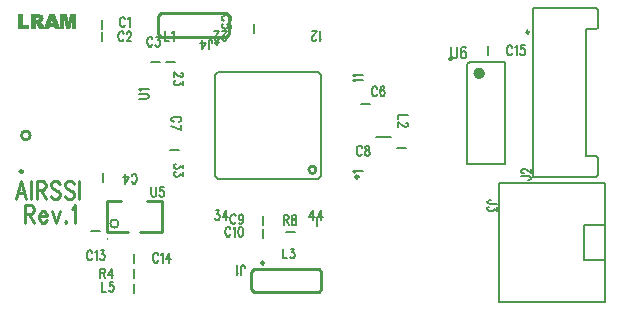
<source format=gto>
*
*
G04 PADS 9.3.1 Build Number: 456998 generated Gerber (RS-274-X) file*
G04 PC Version=2.1*
*
%IN "air_ssi_1101_00_RELEASE"*%
*
%MOIN*%
*
%FSLAX35Y35*%
*
*
*
*
G04 PC Standard Apertures*
*
*
G04 Thermal Relief Aperture macro.*
%AMTER*
1,1,$1,0,0*
1,0,$1-$2,0,0*
21,0,$3,$4,0,0,45*
21,0,$3,$4,0,0,135*
%
*
*
G04 Annular Aperture macro.*
%AMANN*
1,1,$1,0,0*
1,0,$2,0,0*
%
*
*
G04 Odd Aperture macro.*
%AMODD*
1,1,$1,0,0*
1,0,$1-0.005,0,0*
%
*
*
G04 PC Custom Aperture Macros*
*
*
*
*
*
*
G04 PC Aperture Table*
*
%ADD010C,0.001*%
%ADD021C,0.00787*%
%ADD022C,0.01*%
%ADD028C,0.01969*%
%ADD030C,0.009*%
%ADD046C,0.00787*%
%ADD047C,0.005*%
%ADD048C,0.00984*%
%ADD049C,0.00591*%
*
*
*
*
G04 PC Circuitry*
G04 Layer Name air_ssi_1101_00_RELEASE - circuitry*
%LPD*%
*
G54D10*
G01X120737Y196546D02*
X118975D01*
X118283Y193775*
X118186*
X117493Y196546*
X115731*
Y192050*
X116780*
Y195511*
X116878Y195523*
X117762Y192050*
X118706*
X119590Y195523*
X119688Y195511*
Y192050*
X120737*
Y196546*
X115163Y192050D02*
X113539Y196546D01*
X111887*
X110326Y192050*
X111687*
X111931Y192782*
X111979Y192816*
X113511*
X113558Y192782*
X113802Y192050*
X115163*
X113191Y193673D02*
X112234D01*
X112184Y193723*
X112186Y193738*
X112697Y195398*
X112793Y195396*
X113240Y193736*
X113191Y193673*
X110173Y192050D02*
X109510Y193316D01*
X109322Y193629*
X109077Y193874*
X108956Y193934*
X108951Y193937*
X108759Y194065*
X108759D02*
X108775Y194155D01*
X109029Y194218*
X109211Y194279*
X109454Y194461*
X109637Y194706*
X109760Y195014*
X109822Y195321*
X109760Y195753*
X109638Y196057*
X109397Y196298*
X109093Y196420*
X108716Y196482*
X108146Y196546*
X105837*
Y192050*
X107141*
Y193915*
X107191Y193965*
X107319*
X107338Y193961*
X107657Y193834*
X107674Y193823*
X107801Y193695*
X107808Y193687*
X107935Y193496*
X107937Y193493*
X108753Y192050*
X110173*
X108518Y195447D02*
Y195255D01*
X108517Y195243*
X108453Y194988*
X108427Y194955*
X108171Y194828*
X108161Y194824*
X107906Y194760*
X107894Y194759*
X107191*
X107141Y194809*
Y195702*
X107191Y195752*
X107830*
X107840Y195751*
X108159Y195687*
X108165Y195686*
X108356Y195622*
X108376Y195610*
X108503Y195482*
X108518Y195447*
X105035Y193099D02*
X102851D01*
X102801Y193149*
Y196546*
X101497*
Y192050*
X105035*
Y193099*
X101500Y192050D02*
Y196546D01*
X101600Y192050D02*
Y196546D01*
X101700Y192050D02*
Y196546D01*
X101800Y192050D02*
Y196546D01*
X101900Y192050D02*
Y196546D01*
X102000Y192050D02*
Y196546D01*
X102100Y192050D02*
Y196546D01*
X102200Y192050D02*
Y196546D01*
X102300Y192050D02*
Y196546D01*
X102400Y192050D02*
Y196546D01*
X102500Y192050D02*
Y196546D01*
X102600Y192050D02*
Y196546D01*
X102700Y192050D02*
Y196546D01*
X102800Y192050D02*
Y196546D01*
X102900Y192050D02*
Y193099D01*
X103000Y192050D02*
Y193099D01*
X103100Y192050D02*
Y193099D01*
X103200Y192050D02*
Y193099D01*
X103300Y192050D02*
Y193099D01*
X103400Y192050D02*
Y193099D01*
X103500Y192050D02*
Y193099D01*
X103600Y192050D02*
Y193099D01*
X103700Y192050D02*
Y193099D01*
X103800Y192050D02*
Y193099D01*
X103900Y192050D02*
Y193099D01*
X104000Y192050D02*
Y193099D01*
X104100Y192050D02*
Y193099D01*
X104200Y192050D02*
Y193099D01*
X104300Y192050D02*
Y193099D01*
X104400Y192050D02*
Y193099D01*
X104500Y192050D02*
Y193099D01*
X104600Y192050D02*
Y193099D01*
X104700Y192050D02*
Y193099D01*
X104800Y192050D02*
Y193099D01*
X104900Y192050D02*
Y193099D01*
X105000Y192050D02*
Y193099D01*
X105900Y192050D02*
Y196546D01*
X106000Y192050D02*
Y196546D01*
X106100Y192050D02*
Y196546D01*
X106200Y192050D02*
Y196546D01*
X106300Y192050D02*
Y196546D01*
X106400Y192050D02*
Y196546D01*
X106500Y192050D02*
Y196546D01*
X106600Y192050D02*
Y196546D01*
X106700Y192050D02*
Y196546D01*
X106800Y192050D02*
Y196546D01*
X106900Y192050D02*
Y196546D01*
X107000Y192050D02*
Y196546D01*
X107100Y192050D02*
Y196546D01*
X107200Y193965D02*
Y194759D01*
Y195752D02*
Y196546D01*
X107300Y193965D02*
Y194759D01*
Y195752D02*
Y196546D01*
X107400Y193936D02*
Y194759D01*
Y195752D02*
Y196546D01*
X107500Y193896D02*
Y194759D01*
Y195752D02*
Y196546D01*
X107600Y193856D02*
Y194759D01*
Y195752D02*
Y196546D01*
X107700Y193796D02*
Y194759D01*
Y195752D02*
Y196546D01*
X107800Y193696D02*
Y194759D01*
Y195752D02*
Y196546D01*
X107900Y193549D02*
Y194759D01*
Y195739D02*
Y196546D01*
X108000Y193381D02*
Y194784D01*
Y195719D02*
Y196546D01*
X108100Y193205D02*
Y194809D01*
Y195699D02*
Y196546D01*
X108200Y193028D02*
Y194842D01*
Y195674D02*
Y196540D01*
X108300Y192851D02*
Y194892D01*
Y195641D02*
Y196529D01*
X108400Y192674D02*
Y194942D01*
Y195586D02*
Y196518D01*
X108500Y192497D02*
Y195177D01*
Y195486D02*
Y196506D01*
X108600Y192320D02*
Y196495D01*
X108700Y192143D02*
Y196484D01*
X108800Y192050D02*
Y194038D01*
Y194161D02*
Y196468D01*
X108900Y192050D02*
Y193971D01*
Y194186D02*
Y196452D01*
X109000Y192050D02*
Y193912D01*
Y194211D02*
Y196435D01*
X109100Y192050D02*
Y193851D01*
Y194242D02*
Y196417D01*
X109200Y192050D02*
Y193751D01*
Y194275D02*
Y196377D01*
X109300Y192050D02*
Y193651D01*
Y194346D02*
Y196337D01*
X109400Y192050D02*
Y193499D01*
Y194421D02*
Y196295D01*
X109500Y192050D02*
Y193332D01*
Y194523D02*
Y196195D01*
X109600Y192050D02*
Y193143D01*
Y194656D02*
Y196095D01*
X109700Y192050D02*
Y192952D01*
Y194863D02*
Y195903D01*
X109800Y192050D02*
Y192761D01*
Y195212D02*
Y195472D01*
X109900Y192050D02*
Y192571D01*
X110000Y192050D02*
Y192380D01*
X110100Y192050D02*
Y192189D01*
X110400Y192050D02*
Y192264D01*
X110500Y192050D02*
Y192552D01*
X110600Y192050D02*
Y192840D01*
X110700Y192050D02*
Y193128D01*
X110800Y192050D02*
Y193416D01*
X110900Y192050D02*
Y193704D01*
X111000Y192050D02*
Y193992D01*
X111100Y192050D02*
Y194280D01*
X111200Y192050D02*
Y194568D01*
X111300Y192050D02*
Y194856D01*
X111400Y192050D02*
Y195144D01*
X111500Y192050D02*
Y195432D01*
X111600Y192050D02*
Y195720D01*
X111700Y192088D02*
Y196008D01*
X111800Y192388D02*
Y196296D01*
X111900Y192688D02*
Y196546D01*
X112000Y192816D02*
Y196546D01*
X112100Y192816D02*
Y196546D01*
X112200Y192816D02*
Y193687D01*
Y193783D02*
Y196546D01*
X112300Y192816D02*
Y193673D01*
Y194108D02*
Y196546D01*
X112400Y192816D02*
Y193673D01*
Y194433D02*
Y196546D01*
X112500Y192816D02*
Y193673D01*
Y194758D02*
Y196546D01*
X112600Y192816D02*
Y193673D01*
Y195083D02*
Y196546D01*
X112700Y192816D02*
Y193673D01*
Y195405D02*
Y196546D01*
X112800Y192816D02*
Y193673D01*
Y195370D02*
Y196546D01*
X112900Y192816D02*
Y193673D01*
Y194998D02*
Y196546D01*
X113000Y192816D02*
Y193673D01*
Y194627D02*
Y196546D01*
X113100Y192816D02*
Y193673D01*
Y194256D02*
Y196546D01*
X113200Y192816D02*
Y193674D01*
Y193884D02*
Y196546D01*
X113300Y192816D02*
Y196546D01*
X113400Y192816D02*
Y196546D01*
X113500Y192816D02*
Y196546D01*
X113600Y192656D02*
Y196378D01*
X113700Y192356D02*
Y196101D01*
X113800Y192056D02*
Y195824D01*
X113900Y192050D02*
Y195547D01*
X114000Y192050D02*
Y195270D01*
X114100Y192050D02*
Y194993D01*
X114200Y192050D02*
Y194716D01*
X114300Y192050D02*
Y194439D01*
X114400Y192050D02*
Y194162D01*
X114500Y192050D02*
Y193886D01*
X114600Y192050D02*
Y193609D01*
X114700Y192050D02*
Y193332D01*
X114800Y192050D02*
Y193055D01*
X114900Y192050D02*
Y192778D01*
X115000Y192050D02*
Y192501D01*
X115100Y192050D02*
Y192224D01*
X115800Y192050D02*
Y196546D01*
X115900Y192050D02*
Y196546D01*
X116000Y192050D02*
Y196546D01*
X116100Y192050D02*
Y196546D01*
X116200Y192050D02*
Y196546D01*
X116300Y192050D02*
Y196546D01*
X116400Y192050D02*
Y196546D01*
X116500Y192050D02*
Y196546D01*
X116600Y192050D02*
Y196546D01*
X116700Y192050D02*
Y196546D01*
X116800Y195551D02*
Y196546D01*
X116900Y195437D02*
Y196546D01*
X117000Y195045D02*
Y196546D01*
X117100Y194652D02*
Y196546D01*
X117200Y194259D02*
Y196546D01*
X117300Y193866D02*
Y196546D01*
X117400Y193473D02*
Y196546D01*
X117500Y193080D02*
Y196517D01*
X117600Y192687D02*
Y196117D01*
X117700Y192295D02*
Y195717D01*
X117800Y192050D02*
Y195317D01*
X117900Y192050D02*
Y194917D01*
X118000Y192050D02*
Y194517D01*
X118100Y192050D02*
Y194117D01*
X118200Y192050D02*
Y193751D01*
X118300Y192050D02*
Y193845D01*
X118400Y192050D02*
Y194245D01*
X118500Y192050D02*
Y194645D01*
X118600Y192050D02*
Y195045D01*
X118700Y192050D02*
Y195445D01*
X118800Y192420D02*
Y195845D01*
X118900Y192813D02*
Y196245D01*
X119000Y193206D02*
Y196546D01*
X119100Y193599D02*
Y196546D01*
X119200Y193991D02*
Y196546D01*
X119300Y194384D02*
Y196546D01*
X119400Y194777D02*
Y196546D01*
X119500Y195170D02*
Y196546D01*
X119600Y195543D02*
Y196546D01*
X119700Y192050D02*
Y196546D01*
X119800Y192050D02*
Y196546D01*
X119900Y192050D02*
Y196546D01*
X120000Y192050D02*
Y196546D01*
X120100Y192050D02*
Y196546D01*
X120200Y192050D02*
Y196546D01*
X120300Y192050D02*
Y196546D01*
X120400Y192050D02*
Y196546D01*
X120500Y192050D02*
Y196546D01*
X120600Y192050D02*
Y196546D01*
X120700Y192050D02*
Y196546D01*
*
G04 PC Custom Flashes*
G04 Layer Name air_ssi_1101_00_RELEASE - flashes*
%LPD*%
*
*
G04 PC Circuitry*
G04 Layer Name air_ssi_1101_00_RELEASE - circuitry*
%LPD*%
*
G54D10*
G54D21*
X129761Y191600D02*
Y194600D01*
Y187600D02*
Y190600D01*
X148800Y180561D02*
X145800D01*
X129961Y140800D02*
Y143800D01*
X150800Y180639D02*
X153800D01*
X231000Y152161D02*
X228000D01*
X180161Y190200D02*
Y193200D01*
X215800Y166739D02*
X218800D01*
X155300Y151361D02*
X152300D01*
X220900Y155800D02*
X225900D01*
X183439Y129300D02*
Y126300D01*
Y125000D02*
Y122000D01*
X191000Y123939D02*
X194000D01*
X131544Y121694D02*
G75*
G03X131544I-194J0D01*
G01X135091Y126812D02*
G03X135091I-1378J0D01*
G01X125900Y124239D02*
X128900D01*
X140439Y116700D02*
Y113700D01*
Y106700D02*
Y103700D01*
X140361Y108700D02*
Y111700D01*
X251401Y146574D02*
X263999D01*
Y180826*
X252188*
X251401Y180039*
Y146574*
X258361Y182900D02*
Y185900D01*
X262092Y100539D02*
Y140461D01*
X297210*
Y100539*
X262092*
X290124Y114594D02*
Y126406D01*
X297210*
Y114594*
X290124*
X201239Y128900D02*
Y125900D01*
G54D22*
X200961Y144736D02*
G03X200961I-1197J0D01*
G01X215126Y142358D02*
G03X215126I-500J0D01*
G01X179163Y110753D02*
X180147Y111737D01*
X201801*
X202785Y110753*
Y104847*
X201801Y103863*
X180147*
X179163Y104847*
Y110753*
X183700Y113700D02*
G03X183700I-500J0D01*
G01X136075Y134292D02*
X131350D01*
Y124056*
X138437*
X142374D02*
X149461D01*
Y134292*
X144736*
X272008Y190650D02*
G03X272008I-447J0D01*
G01X171937Y190047D02*
X170953Y189063D01*
X149299*
X148315Y190047*
Y195953*
X149299Y196937*
X170953*
X171937Y195953*
Y190047*
X168400Y187100D02*
G03X168400I-500J0D01*
G01X105730Y156202D02*
G03X105730I-1500J0D01*
G01X103269Y144187D02*
G03X103269I-500J0D01*
G54D28*
G01X256322Y176889D02*
G03X256322I-984J0D01*
G54D30*
G01X102636Y140906D02*
X101000Y135000D01*
X102636Y140906D02*
X104273Y135000D01*
X101614Y136969D02*
X103659D01*
X106114Y140906D02*
Y135000D01*
X107955Y140906D02*
Y135000D01*
Y140906D02*
X109795D01*
X110409Y140625*
X110614Y140344*
X110818Y139781*
Y139219*
X110614Y138656*
X110409Y138375*
X109795Y138094*
X107955*
X109386D02*
X110818Y135000D01*
X115523Y140063D02*
X115114Y140625D01*
X114500Y140906*
X113682*
X113068Y140625*
X112659Y140063*
X112659D02*
Y139500D01*
X112864Y138938*
X112864D02*
X113068Y138656D01*
X113477Y138375*
X114705Y137813*
X114705D02*
X115114Y137531D01*
X115318Y137250*
X115523Y136688*
X115523D02*
Y135844D01*
X115114Y135281*
X114500Y135000*
X113682*
X113068Y135281*
X112659Y135844*
X120227Y140063D02*
X119818Y140625D01*
X119205Y140906*
X118386*
X117773Y140625*
X117364Y140063*
X117364D02*
Y139500D01*
X117568Y138938*
X117568D02*
X117773Y138656D01*
X118182Y138375*
X119409Y137813*
X119409D02*
X119818Y137531D01*
X120023Y137250*
X120227Y136688*
X120227D02*
Y135844D01*
X119818Y135281*
X119205Y135000*
X118386*
X117773Y135281*
X117364Y135844*
X122068Y140906D02*
Y135000D01*
X104000Y132906D02*
Y127000D01*
Y132906D02*
X105841D01*
X106455Y132625*
X106659Y132344*
X106864Y131781*
Y131219*
X106659Y130656*
X106455Y130375*
X105841Y130094*
X104000*
X105432D02*
X106864Y127000D01*
X108705Y129250D02*
X111159D01*
Y129813*
X111159D02*
X110955Y130375D01*
X110750Y130656*
X110341Y130938*
X110341D02*
X109727D01*
X109727D02*
X109318Y130656D01*
X108909Y130094*
X108705Y129250*
Y128688*
X108705D02*
X108909Y127844D01*
X109318Y127281*
X109727Y127000*
X110341*
X110750Y127281*
X111159Y127844*
X113000Y130938D02*
X114227Y127000D01*
X115455Y130938D02*
X114227Y127000D01*
X117500Y127563D02*
X117295Y127281D01*
X117500Y127000*
X117705Y127281*
X117500Y127563*
X119545Y131781D02*
X119955Y132063D01*
X119955D02*
X120568Y132906D01*
Y127000*
G54D46*
X202717Y176217D02*
X201717Y177217D01*
X168283*
X167283Y176217*
Y142783*
X168283Y141783*
X201717*
X202717Y142783*
Y176217*
X294349Y142335D02*
X294939Y142926D01*
Y148831*
X294349Y149422*
X291002*
Y191548*
X294349*
X294939Y192139*
Y198044*
X294349Y198635*
X273286*
Y142335*
X294349*
G54D47*
X213840Y143752D02*
X213684Y143979D01*
X213215Y144320*
X216496*
X213840Y174264D02*
X213684Y174491D01*
X213215Y174832*
X216496*
X213840Y175855D02*
X213684Y176082D01*
X213215Y176423*
X216496*
X202717Y188340D02*
X202489Y188184D01*
X202148Y187715*
Y190996*
X201012Y188496D02*
Y188340D01*
X200898Y188027*
X200785Y187871*
X200557Y187715*
X200103*
X199876Y187871*
X199762Y188027*
X199648Y188340*
Y188652*
X199762Y188965*
X199989Y189434*
X201126Y190996*
X199535*
X156004Y177103D02*
X156160D01*
X156473Y176989*
X156629Y176876*
X156785Y176648*
Y176194*
X156629Y175967*
X156473Y175853*
X156160Y175739*
X155848*
X155535Y175853*
X155066Y176080*
X153504Y177217*
Y175626*
X156785Y174376D02*
Y173126D01*
X155535Y173807*
Y173467*
X155379Y173239*
X155223Y173126*
X154754Y173012*
X154441*
X153973Y173126*
X153660Y173353*
X153504Y173694*
Y174035*
X153660Y174376*
X153816Y174489*
X154129Y174603*
X171107Y188496D02*
Y188340D01*
X170993Y188027*
X170880Y187871*
X170652Y187715*
X170198*
X169970Y187871*
X169857Y188027*
X169743Y188340*
Y188652*
X169857Y188965*
X170084Y189434*
X171220Y190996*
X169630*
X168493Y188496D02*
Y188340D01*
X168380Y188027*
X168266Y187871*
X168039Y187715*
X167584*
X167357Y187871*
X167243Y188027*
X167130Y188340*
Y188652*
X167243Y188965*
X167470Y189434*
X168607Y190996*
X167016*
X156785Y146477D02*
Y145227D01*
X155535Y145909*
Y145568*
X155379Y145341*
X155223Y145227*
X154754Y145114*
X154441*
X153973Y145227*
X153660Y145455*
X153504Y145796*
Y146137*
X153660Y146477*
X153816Y146591*
X154129Y146705*
X156785Y143864D02*
Y142614D01*
X155535Y143296*
Y142955*
X155379Y142727*
X155223Y142614*
X154754Y142500*
X154441*
X153973Y142614*
X153660Y142841*
X153504Y143182*
Y143523*
X153660Y143864*
X153816Y143977*
X154129Y144091*
X167511Y131285D02*
X168761D01*
X168079Y130035*
X168420*
X168647Y129879*
X168761Y129723*
X168874Y129254*
Y128941*
X168761Y128473*
X168533Y128160*
X168193Y128004*
X167852*
X167511Y128160*
X167397Y128316*
X167283Y128629*
X171033Y131285D02*
X169897Y129098D01*
X171602*
X171033Y131285D02*
Y128004D01*
X199916Y131285D02*
X198780Y129098D01*
X200484*
X199916Y131285D02*
Y128004D01*
X202643Y131285D02*
X201507Y129098D01*
X203211*
X202643Y131285D02*
Y128004D01*
X137361Y194875D02*
X137247Y195188D01*
X137020Y195500*
X136793Y195656*
X136338*
X136111Y195500*
X135884Y195188*
X135770Y194875*
X135656Y194406*
Y193625*
X135770Y193156*
X135884Y192844*
X136111Y192531*
X136338Y192375*
X136793*
X137020Y192531*
X137247Y192844*
X137361Y193156*
X138384Y195031D02*
X138611Y195188D01*
X138952Y195656*
Y192375*
X136818Y190094D02*
X136705Y190406D01*
X136477Y190719*
X136250Y190875*
X135795*
X135568Y190719*
X135341Y190406*
X135227Y190094*
X135114Y189625*
Y188844*
X135227Y188375*
X135341Y188063*
X135568Y187750*
X135795Y187594*
X136250*
X136477Y187750*
X136705Y188063*
X136818Y188375*
X137955Y190094D02*
Y190250D01*
X138068Y190563*
X138182Y190719*
X138409Y190875*
X138864*
X139091Y190719*
X139205Y190563*
X139318Y190250*
Y189938*
X139205Y189625*
X138977Y189156*
X137841Y187594*
X139432*
X146426Y188314D02*
X146312Y188626D01*
X146085Y188939*
X145857Y189095*
X145403*
X145176Y188939*
X144948Y188626*
X144835Y188314*
X144721Y187845*
Y187064*
X144835Y186595*
X144948Y186282*
X145176Y185970*
X145403Y185814*
X145857*
X146085Y185970*
X146312Y186282*
X146426Y186595*
X147676Y189095D02*
X148926D01*
X148244Y187845*
X148585*
X148812Y187689*
X148926Y187532*
X149039Y187064*
Y186751*
X148926Y186282*
X148698Y185970*
X148357Y185814*
X148016*
X147676Y185970*
X147562Y186126*
X147448Y186439*
X139482Y140900D02*
X139595Y140587D01*
X139595D02*
X139823Y140275D01*
X140050Y140119*
X140505*
X140732Y140275*
X140959Y140587*
X140959D02*
X141073Y140900D01*
X141186Y141369*
Y142150*
X141073Y142619*
X140959Y142931*
X140732Y143244*
X140505Y143400*
X140050*
X139823Y143244*
X139595Y142931*
X139482Y142619*
X137323Y140119D02*
X138459Y142306D01*
X136755*
X137323Y140119D02*
Y143400D01*
X150595Y190975D02*
Y187694D01*
X151959*
X152982Y190350D02*
X153209Y190506D01*
X153550Y190975*
Y187694*
X231681Y162932D02*
X228400D01*
Y161568*
X230900Y160432D02*
X231056D01*
X231369Y160318*
X231525Y160205*
X231681Y159977*
Y159523*
X231525Y159295*
X231369Y159182*
X231056Y159068*
X230744*
X230431Y159182*
X229963Y159409*
X229963D02*
X228400Y160545D01*
Y158955*
X171957Y194488D02*
X172269Y194602D01*
X172582Y194829*
X172738Y195056*
Y195511*
X172582Y195738*
X172269Y195965*
X171957Y196079*
X171488Y196193*
X170707*
X170238Y196079*
X169926Y195965*
X169613Y195738*
X169457Y195511*
Y195056*
X169613Y194829*
X169926Y194602*
X170238Y194488*
X172738Y191988D02*
Y193124D01*
X171332Y193238*
X171488Y193124*
X171644Y192784*
Y192443*
X171488Y192102*
X171176Y191874*
X170707Y191761*
X170394Y191874*
X169926Y191988*
X169613Y192215*
X169457Y192556*
Y192897*
X169613Y193238*
X169769Y193352*
X170082Y193465*
X221352Y171830D02*
X221238Y172142D01*
X221011Y172455*
X220784Y172611*
X220329*
X220102Y172455*
X219874Y172142*
X219761Y171830*
X219647Y171361*
Y170580*
X219761Y170111*
X219874Y169798*
X220102Y169486*
X220329Y169330*
X220784*
X221011Y169486*
X221238Y169798*
X221352Y170111*
X223738Y172142D02*
X223624Y172455D01*
X223284Y172611*
X223056*
X222715Y172455*
X222488Y171986*
X222374Y171205*
Y170423*
X222488Y169798*
X222715Y169486*
X223056Y169330*
X223170*
X223511Y169486*
X223738Y169798*
X223852Y170267*
Y170423*
X223738Y170892*
X223511Y171205*
X223170Y171361*
X223056*
X222715Y171205*
X222488Y170892*
X222374Y170423*
X155200Y160768D02*
X155513Y160882D01*
X155513D02*
X155825Y161109D01*
X155981Y161336*
Y161791*
X155825Y162018*
X155513Y162245*
X155513D02*
X155200Y162359D01*
X154731Y162473*
X153950*
X153481Y162359*
X153169Y162245*
X152856Y162018*
X152700Y161791*
Y161336*
X152856Y161109*
X153169Y160882*
X153481Y160768*
X155981Y158155D02*
X152700Y159291D01*
X155981Y159745D02*
Y158155D01*
X216238Y151886D02*
X216124Y152199D01*
X215897Y152511*
X215670Y152668*
X215215*
X214988Y152511*
X214761Y152199*
X214647Y151886*
X214534Y151418*
Y150636*
X214647Y150168*
X214761Y149855*
X214988Y149543*
X215215Y149386*
X215670*
X215897Y149543*
X216124Y149855*
X216238Y150168*
X217829Y152668D02*
X217488Y152511D01*
X217374Y152199*
Y151886*
X217488Y151574*
X217715Y151418*
X218170Y151261*
X218511Y151105*
X218738Y150793*
X218852Y150480*
Y150011*
X218738Y149699*
X218624Y149543*
X218284Y149386*
X217829*
X217488Y149543*
X217374Y149699*
X217261Y150011*
Y150480*
X217374Y150793*
X217602Y151105*
X217943Y151261*
X218397Y151418*
X218624Y151574*
X218738Y151886*
Y152199*
X218624Y152511*
X218284Y152668*
X217829*
X174145Y129200D02*
X174032Y129513D01*
X174032D02*
X173805Y129825D01*
X173577Y129981*
X173123*
X172895Y129825*
X172668Y129513*
X172668D02*
X172555Y129200D01*
X172441Y128731*
Y127950*
X172555Y127481*
X172668Y127169*
X172895Y126856*
X173123Y126700*
X173577*
X173805Y126856*
X174032Y127169*
X174145Y127481*
X176645Y128888D02*
X176532Y128419D01*
X176305Y128106*
X175964Y127950*
X175850*
X175509Y128106*
X175282Y128419*
X175168Y128888*
X175168D02*
Y129044D01*
X175282Y129513*
X175282D02*
X175509Y129825D01*
X175850Y129981*
X175964*
X176305Y129825*
X176532Y129513*
X176532D02*
X176645Y128888D01*
X176645D02*
Y128106D01*
X176532Y127325*
X176305Y126856*
X175964Y126700*
X175736*
X175395Y126856*
X175282Y127169*
X172441Y124900D02*
X172327Y125213D01*
X172327D02*
X172100Y125525D01*
X171873Y125681*
X171418*
X171191Y125525*
X170964Y125213*
X170964D02*
X170850Y124900D01*
X170736Y124431*
Y123650*
X170850Y123181*
X170964Y122869*
X171191Y122556*
X171418Y122400*
X171873*
X172100Y122556*
X172327Y122869*
X172441Y123181*
X173464Y125056D02*
X173691Y125213D01*
X173691D02*
X174032Y125681D01*
Y122400*
X175736Y125681D02*
X175395Y125525D01*
X175168Y125056*
X175055Y124275*
Y123806*
X175168Y123025*
X175395Y122556*
X175736Y122400*
X175964*
X176305Y122556*
X176532Y123025*
X176645Y123806*
Y124275*
X176532Y125056*
X176305Y125525*
X175964Y125681*
X175736*
X189884Y118475D02*
Y115194D01*
X191248*
X192498Y118475D02*
X193748D01*
X193066Y117225*
X193407*
X193634Y117069*
X193748Y116913*
X193748D02*
X193861Y116444D01*
Y116131*
X193748Y115663*
X193748D02*
X193520Y115350D01*
X193180Y115194*
X192839*
X192498Y115350*
X192384Y115506*
X192270Y115819*
X176070Y109828D02*
Y112328D01*
X176184Y112797*
X176297Y112953*
X176524Y113109*
X176752*
X176979Y112953*
X177093Y112797*
X177206Y112328*
Y112015*
X175047Y110453D02*
X174820Y110297D01*
X174479Y109828*
Y113109*
X146094Y138968D02*
Y136624D01*
X146207Y136155*
X146435Y135843*
X146776Y135686*
X147003*
X147344Y135843*
X147571Y136155*
X147685Y136624*
Y138968*
X150185D02*
X149048D01*
X148935Y137561*
X149048Y137718*
X149389Y137874*
X149730*
X150071Y137718*
X150298Y137405*
X150412Y136936*
X150298Y136624*
X150185Y136155*
X149957Y135843*
X149616Y135686*
X149276*
X148935Y135843*
X148821Y135999*
X148707Y136311*
X126335Y117118D02*
X126221Y117431D01*
X125994Y117743*
X125766Y117899*
X125312*
X125085Y117743*
X124857Y117431*
X124744Y117118*
X124630Y116649*
Y115868*
X124744Y115399*
X124857Y115087*
X125085Y114774*
X125312Y114618*
X125766*
X125994Y114774*
X126221Y115087*
X126335Y115399*
X127357Y117274D02*
X127585Y117431D01*
X127926Y117899*
Y114618*
X129176Y117899D02*
X130426D01*
X129744Y116649*
X130085*
X130312Y116493*
X130426Y116337*
X130539Y115868*
Y115556*
X130426Y115087*
X130198Y114774*
X129857Y114618*
X129516*
X129176Y114774*
X129062Y114931*
X128948Y115243*
X148366Y116294D02*
X148252Y116606D01*
X148025Y116919*
X147798Y117075*
X147343*
X147116Y116919*
X146889Y116606*
X146775Y116294*
X146661Y115825*
Y115044*
X146775Y114575*
X146889Y114263*
X146889D02*
X147116Y113950D01*
X147343Y113794*
X147798*
X148025Y113950*
X148252Y114263*
X148252D02*
X148366Y114575D01*
X149389Y116450D02*
X149616Y116606D01*
X149957Y117075*
Y113794*
X152116Y117075D02*
X150980Y114888D01*
X150980D02*
X152684D01*
X152116Y117075D02*
Y113794D01*
X129555Y107381D02*
Y104100D01*
X130918*
X133418Y107381D02*
X132282D01*
X132168Y105975*
X132282Y106131*
X132623Y106288*
X132623D02*
X132964D01*
X132964D02*
X133305Y106131D01*
X133532Y105819*
X133645Y105350*
X133532Y105038*
X133532D02*
X133418Y104569D01*
X133191Y104256*
X132850Y104100*
X132509*
X132168Y104256*
X132055Y104413*
X132055D02*
X131941Y104725D01*
X129041Y111787D02*
Y108506D01*
Y111787D02*
X130064D01*
X130064D02*
X130405Y111631D01*
X130518Y111475*
X130632Y111162*
X130632D02*
Y110850D01*
X130518Y110537*
X130518D02*
X130405Y110381D01*
X130064Y110225*
X129041*
X129836D02*
X130632Y108506D01*
X132791Y111787D02*
X131655Y109600D01*
X133359*
X132791Y111787D02*
Y108506D01*
X269416Y142530D02*
X271916D01*
X272385Y142416*
X272541Y142303*
X272698Y142076*
Y141848*
X272541Y141621*
X272385Y141507*
X271916Y141394*
X271604*
X270198Y143666D02*
X270041D01*
X269729Y143780*
X269573Y143894*
X269416Y144121*
Y144576*
X269573Y144803*
X269729Y144916*
X270041Y145030*
X270354*
X270666Y144916*
X271135Y144689*
X272698Y143553*
Y145144*
X266366Y185494D02*
X266252Y185806D01*
X266025Y186119*
X265798Y186275*
X265343*
X265116Y186119*
X264889Y185806*
X264775Y185494*
X264661Y185025*
Y184244*
X264775Y183775*
X264889Y183463*
X265116Y183150*
X265343Y182994*
X265798*
X266025Y183150*
X266252Y183463*
X266366Y183775*
X267389Y185650D02*
X267616Y185806D01*
X267957Y186275*
Y182994*
X270457Y186275D02*
X269320D01*
X269207Y184869*
X269320Y185025*
X269661Y185181*
X270002*
X270343Y185025*
X270570Y184713*
X270684Y184244*
X270570Y183931*
X270457Y183463*
X270230Y183150*
X269889Y182994*
X269548*
X269207Y183150*
X269093Y183306*
X268980Y183619*
X261375Y133466D02*
X258875D01*
X258406Y133580*
X258250Y133693*
X258094Y133920*
Y134148*
X258250Y134375*
X258406Y134489*
X258875Y134602*
X259188*
X261375Y132216D02*
Y130966D01*
X260125Y131648*
Y131307*
X259969Y131080*
X259813Y130966*
X259813D02*
X259344Y130852D01*
X259031*
X258563Y130966*
X258563D02*
X258250Y131193D01*
X258094Y131534*
Y131875*
X258250Y132216*
X258406Y132330*
X258719Y132443*
X190241Y129581D02*
Y126300D01*
Y129581D02*
X191264D01*
X191605Y129425*
X191718Y129269*
X191832Y128956*
Y128644*
X191718Y128331*
X191605Y128175*
X191264Y128019*
X190241*
X191036D02*
X191832Y126300D01*
X193423Y129581D02*
X193082Y129425D01*
X192968Y129113*
X192968D02*
Y128800D01*
X193082Y128488*
X193082D02*
X193309Y128331D01*
X193764Y128175*
X194105Y128019*
X194332Y127706*
X194445Y127394*
Y126925*
X194332Y126613*
X194332D02*
X194218Y126456D01*
X193877Y126300*
X193423*
X193082Y126456*
X192968Y126613*
X192968D02*
X192855Y126925D01*
Y127394*
X192968Y127706*
X193195Y128019*
X193536Y128175*
X193991Y128331*
X194218Y128488*
X194218D02*
X194332Y128800D01*
Y129113*
X194332D02*
X194218Y129425D01*
X193877Y129581*
X193423*
X165157Y184878D02*
Y187378D01*
X165271Y187847*
X165385Y188003*
X165612Y188159*
X165839*
X166066Y188003*
X166180Y187847*
X166294Y187378*
Y187065*
X162998Y184878D02*
X164135Y187065D01*
X162430*
X162998Y184878D02*
Y188159D01*
X141913Y168418D02*
X144256D01*
X144725Y168532*
X145038Y168759*
X145038D02*
X145194Y169100D01*
Y169327*
X145038Y169668*
X145038D02*
X144725Y169895D01*
X144256Y170009*
X141913*
X142538Y171032D02*
X142381Y171259D01*
X141913Y171600*
X141913D02*
X145194D01*
G54D48*
X246381Y181810D02*
G03X246381I-492J0D01*
G54D49*
G01X246111Y185815D02*
Y183046D01*
X246245Y182493*
X246514Y182124*
X246916Y181939*
X247185*
X247587Y182124*
X247856Y182493*
X247990Y183046*
Y185815*
X250809Y185261D02*
X250674Y185630D01*
X250272Y185815*
X250003*
X249601Y185630*
X249332Y185076*
X249198Y184154*
Y183231*
X249332Y182493*
X249601Y182124*
X250003Y181939*
X250137*
X250540Y182124*
X250809Y182493*
X250943Y183046*
Y183231*
X250809Y183785*
X250540Y184154*
X250137Y184338*
X250003*
X249601Y184154*
X249332Y183785*
X249198Y183231*
G74*
X0Y0D02*
M02*

</source>
